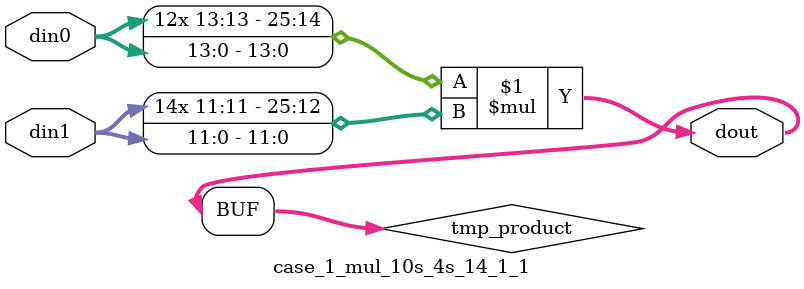
<source format=v>

`timescale 1 ns / 1 ps

 (* use_dsp = "no" *)  module case_1_mul_10s_4s_14_1_1(din0, din1, dout);
parameter ID = 1;
parameter NUM_STAGE = 0;
parameter din0_WIDTH = 14;
parameter din1_WIDTH = 12;
parameter dout_WIDTH = 26;

input [din0_WIDTH - 1 : 0] din0; 
input [din1_WIDTH - 1 : 0] din1; 
output [dout_WIDTH - 1 : 0] dout;

wire signed [dout_WIDTH - 1 : 0] tmp_product;



























assign tmp_product = $signed(din0) * $signed(din1);








assign dout = tmp_product;





















endmodule

</source>
